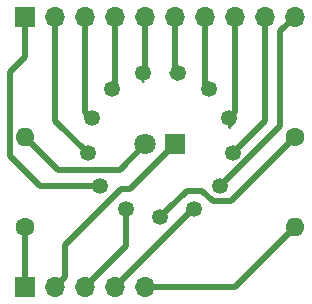
<source format=gbr>
%TF.GenerationSoftware,KiCad,Pcbnew,8.0.3-8.0.3-0~ubuntu22.04.1*%
%TF.CreationDate,2024-07-13T12:54:05+02:00*%
%TF.ProjectId,nixie_breadboard,6e697869-655f-4627-9265-6164626f6172,rev?*%
%TF.SameCoordinates,Original*%
%TF.FileFunction,Copper,L2,Bot*%
%TF.FilePolarity,Positive*%
%FSLAX46Y46*%
G04 Gerber Fmt 4.6, Leading zero omitted, Abs format (unit mm)*
G04 Created by KiCad (PCBNEW 8.0.3-8.0.3-0~ubuntu22.04.1) date 2024-07-13 12:54:05*
%MOMM*%
%LPD*%
G01*
G04 APERTURE LIST*
%TA.AperFunction,ComponentPad*%
%ADD10C,1.346200*%
%TD*%
%TA.AperFunction,ComponentPad*%
%ADD11R,1.800000X1.800000*%
%TD*%
%TA.AperFunction,ComponentPad*%
%ADD12C,1.800000*%
%TD*%
%TA.AperFunction,ComponentPad*%
%ADD13C,1.600000*%
%TD*%
%TA.AperFunction,ComponentPad*%
%ADD14O,1.600000X1.600000*%
%TD*%
%TA.AperFunction,ComponentPad*%
%ADD15R,1.700000X1.700000*%
%TD*%
%TA.AperFunction,ComponentPad*%
%ADD16O,1.700000X1.700000*%
%TD*%
%TA.AperFunction,Conductor*%
%ADD17C,0.500000*%
%TD*%
%TA.AperFunction,Conductor*%
%ADD18C,0.250000*%
%TD*%
G04 APERTURE END LIST*
D10*
%TO.P,N1,0*%
%TO.N,Net-(J1-Pad10)*%
X140982700Y-138770360D03*
%TO.P,N1,1*%
%TO.N,Net-(J1-Pad1)*%
X130797300Y-138770360D03*
%TO.P,N1,2*%
%TO.N,Net-(J1-Pad2)*%
X129745740Y-135999220D03*
%TO.P,N1,3*%
%TO.N,Net-(J1-Pad3)*%
X130103880Y-133060440D03*
%TO.P,N1,4*%
%TO.N,Net-(J1-Pad4)*%
X131785360Y-130622040D03*
%TO.P,N1,5*%
%TO.N,Net-(J1-Pad5)*%
X134409180Y-129245360D03*
%TO.P,N1,6*%
%TO.N,Net-(J1-Pad6)*%
X137370820Y-129245360D03*
%TO.P,N1,7*%
%TO.N,Net-(J1-Pad7)*%
X139994640Y-130622040D03*
%TO.P,N1,8*%
%TO.N,Net-(J1-Pad8)*%
X141676120Y-133060440D03*
%TO.P,N1,9*%
%TO.N,Net-(J1-Pad9)*%
X142034260Y-135999220D03*
%TO.P,N1,A*%
%TO.N,Net-(N1-PadA)*%
X135890000Y-141442440D03*
%TO.P,N1,LHDP*%
%TO.N,Net-(J2-Pad4)*%
X138765280Y-140733780D03*
%TO.P,N1,RHDP*%
%TO.N,Net-(J2-Pad3)*%
X133014720Y-140733780D03*
%TD*%
D11*
%TO.P,D1,1*%
%TO.N,GND*%
X137160000Y-135255000D03*
D12*
%TO.P,D1,2*%
%TO.N,Net-(D1-Pad2)*%
X134620000Y-135255000D03*
%TD*%
D13*
%TO.P,R1,1*%
%TO.N,Net-(N1-PadA)*%
X147320000Y-134620000D03*
D14*
%TO.P,R1,2*%
%TO.N,Net-(J2-Pad5)*%
X147320000Y-142240000D03*
%TD*%
D13*
%TO.P,R2,1*%
%TO.N,Net-(J2-Pad1)*%
X124460000Y-142240000D03*
D14*
%TO.P,R2,2*%
%TO.N,Net-(D1-Pad2)*%
X124460000Y-134620000D03*
%TD*%
D15*
%TO.P,J1,1*%
%TO.N,Net-(J1-Pad1)*%
X124460000Y-124460000D03*
D16*
%TO.P,J1,2*%
%TO.N,Net-(J1-Pad2)*%
X127000000Y-124460000D03*
%TO.P,J1,3*%
%TO.N,Net-(J1-Pad3)*%
X129540000Y-124460000D03*
%TO.P,J1,4*%
%TO.N,Net-(J1-Pad4)*%
X132080000Y-124460000D03*
%TO.P,J1,5*%
%TO.N,Net-(J1-Pad5)*%
X134620000Y-124460000D03*
%TO.P,J1,6*%
%TO.N,Net-(J1-Pad6)*%
X137160000Y-124460000D03*
%TO.P,J1,7*%
%TO.N,Net-(J1-Pad7)*%
X139700000Y-124460000D03*
%TO.P,J1,8*%
%TO.N,Net-(J1-Pad8)*%
X142240000Y-124460000D03*
%TO.P,J1,9*%
%TO.N,Net-(J1-Pad9)*%
X144780000Y-124460000D03*
%TO.P,J1,10*%
%TO.N,Net-(J1-Pad10)*%
X147320000Y-124460000D03*
%TD*%
D15*
%TO.P,J2,1*%
%TO.N,Net-(J2-Pad1)*%
X124460000Y-147320000D03*
D16*
%TO.P,J2,2*%
%TO.N,GND*%
X127000000Y-147320000D03*
%TO.P,J2,3*%
%TO.N,Net-(J2-Pad3)*%
X129540000Y-147320000D03*
%TO.P,J2,4*%
%TO.N,Net-(J2-Pad4)*%
X132080000Y-147320000D03*
%TO.P,J2,5*%
%TO.N,Net-(J2-Pad5)*%
X134620000Y-147320000D03*
%TD*%
D17*
%TO.N,Net-(J1-Pad1)*%
X125689360Y-138770360D02*
X130797300Y-138770360D01*
X124460000Y-124460000D02*
X124460000Y-127889000D01*
X123210000Y-129139000D02*
X123210000Y-136291000D01*
X124460000Y-127889000D02*
X123210000Y-129139000D01*
X123210000Y-136291000D02*
X125689360Y-138770360D01*
%TO.N,Net-(J1-Pad2)*%
X127000000Y-133253480D02*
X127000000Y-124460000D01*
X129745740Y-135999220D02*
X127000000Y-133253480D01*
%TO.N,Net-(J1-Pad3)*%
X129540000Y-132496560D02*
X130103880Y-133060440D01*
X129540000Y-124460000D02*
X129540000Y-132496560D01*
%TO.N,Net-(J1-Pad4)*%
X132080000Y-124460000D02*
X132080000Y-130327400D01*
X132080000Y-130327400D02*
X131785360Y-130622040D01*
%TO.N,Net-(J1-Pad5)*%
X134620000Y-129034540D02*
X134409180Y-129245360D01*
X134620000Y-124460000D02*
X134620000Y-129034540D01*
D18*
X134366000Y-129857500D02*
X134449820Y-129941320D01*
D17*
%TO.N,Net-(J1-Pad6)*%
X137160000Y-129034540D02*
X137370820Y-129245360D01*
X136906000Y-129227580D02*
X137322560Y-129644140D01*
X137160000Y-124460000D02*
X137160000Y-129034540D01*
%TO.N,Net-(J1-Pad7)*%
X139700000Y-124460000D02*
X139700000Y-130327400D01*
X139700000Y-130327400D02*
X139994640Y-130622040D01*
%TO.N,Net-(J1-Pad8)*%
X142240000Y-124460000D02*
X142240000Y-132496560D01*
X142240000Y-132496560D02*
X141676120Y-133060440D01*
D18*
X141986000Y-133487160D02*
X141716760Y-133756400D01*
D17*
%TO.N,Net-(J1-Pad9)*%
X144780000Y-124460000D02*
X144780000Y-133253480D01*
X144780000Y-133253480D02*
X142034260Y-135999220D01*
%TO.N,Net-(J1-Pad10)*%
X147320000Y-124460000D02*
X146069999Y-125710001D01*
X146069999Y-133683061D02*
X141655799Y-138097261D01*
X140957300Y-139192000D02*
X140934440Y-139169140D01*
X146069999Y-125710001D02*
X146069999Y-133683061D01*
X141655799Y-138097261D02*
X140982700Y-138770360D01*
%TO.N,Net-(J2-Pad1)*%
X124460000Y-145970000D02*
X124460000Y-142240000D01*
X124460000Y-147320000D02*
X124460000Y-145970000D01*
%TO.N,Net-(J2-Pad3)*%
X133014720Y-140733780D02*
X133014720Y-143845280D01*
X133014720Y-143845280D02*
X130389999Y-146470001D01*
X130389999Y-146470001D02*
X129540000Y-147320000D01*
%TO.N,GND*%
X127000000Y-147320000D02*
X127849999Y-146470001D01*
X132588000Y-139065000D02*
X133350000Y-139065000D01*
X127849999Y-143803001D02*
X132588000Y-139065000D01*
X127849999Y-146470001D02*
X127849999Y-143803001D01*
X133350000Y-139065000D02*
X137160000Y-135255000D01*
%TO.N,Net-(D1-Pad2)*%
X132461000Y-137414000D02*
X134620000Y-135255000D01*
X124460000Y-134620000D02*
X127254000Y-137414000D01*
X127254000Y-137414000D02*
X132461000Y-137414000D01*
%TO.N,Net-(J2-Pad4)*%
X138666220Y-140733780D02*
X138765280Y-140733780D01*
X132080000Y-147320000D02*
X138666220Y-140733780D01*
%TO.N,Net-(N1-PadA)*%
X147320000Y-134620000D02*
X141859000Y-140081000D01*
X141859000Y-140081000D02*
X140335000Y-140081000D01*
X139446000Y-139192000D02*
X138140440Y-139192000D01*
X138140440Y-139192000D02*
X136563099Y-140769341D01*
X140335000Y-140081000D02*
X139446000Y-139192000D01*
X136563099Y-140769341D02*
X135890000Y-141442440D01*
%TO.N,Net-(J2-Pad5)*%
X142240000Y-147320000D02*
X147320000Y-142240000D01*
X134620000Y-147320000D02*
X142240000Y-147320000D01*
%TD*%
M02*

</source>
